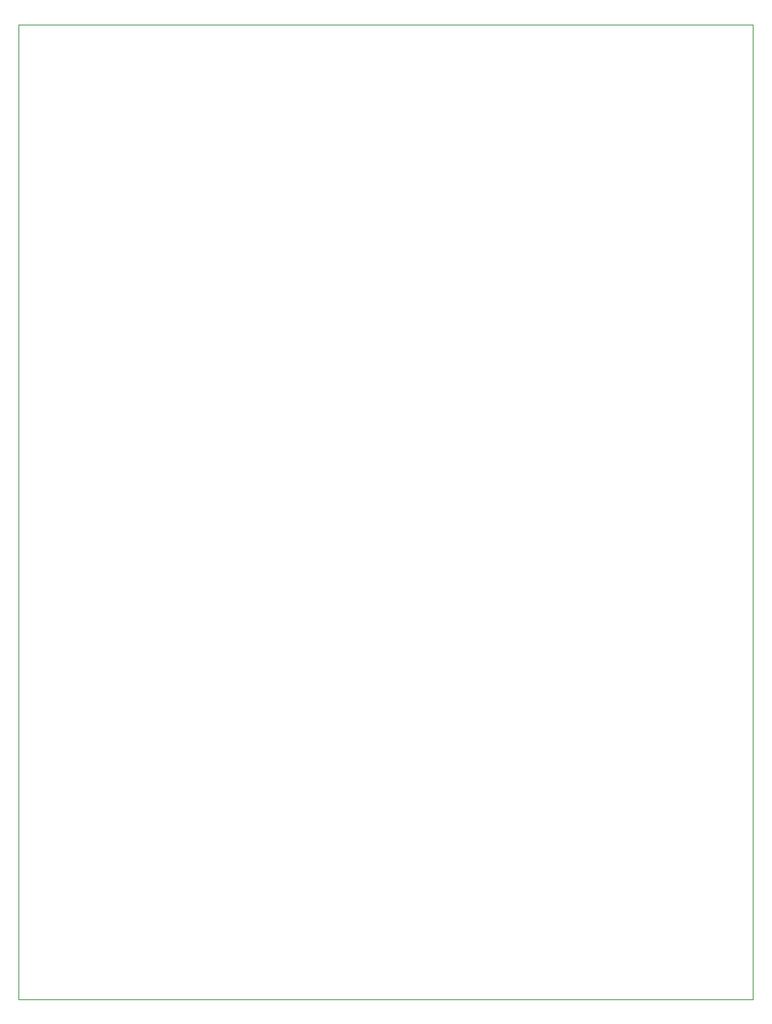
<source format=gm1>
G04 #@! TF.GenerationSoftware,KiCad,Pcbnew,6.0.4-6f826c9f35~116~ubuntu18.04.1*
G04 #@! TF.CreationDate,2022-05-26T09:15:53+08:00*
G04 #@! TF.ProjectId,Power_connector,506f7765-725f-4636-9f6e-6e6563746f72,rev?*
G04 #@! TF.SameCoordinates,Original*
G04 #@! TF.FileFunction,Profile,NP*
%FSLAX46Y46*%
G04 Gerber Fmt 4.6, Leading zero omitted, Abs format (unit mm)*
G04 Created by KiCad (PCBNEW 6.0.4-6f826c9f35~116~ubuntu18.04.1) date 2022-05-26 09:15:53*
%MOMM*%
%LPD*%
G01*
G04 APERTURE LIST*
G04 #@! TA.AperFunction,Profile*
%ADD10C,0.100000*%
G04 #@! TD*
G04 APERTURE END LIST*
D10*
X89916000Y-147828000D02*
X89916000Y-40640000D01*
X170688000Y-147828000D02*
X89916000Y-147828000D01*
X170688000Y-147828000D02*
X170688000Y-40640000D01*
X89916000Y-40640000D02*
X170688000Y-40640000D01*
M02*

</source>
